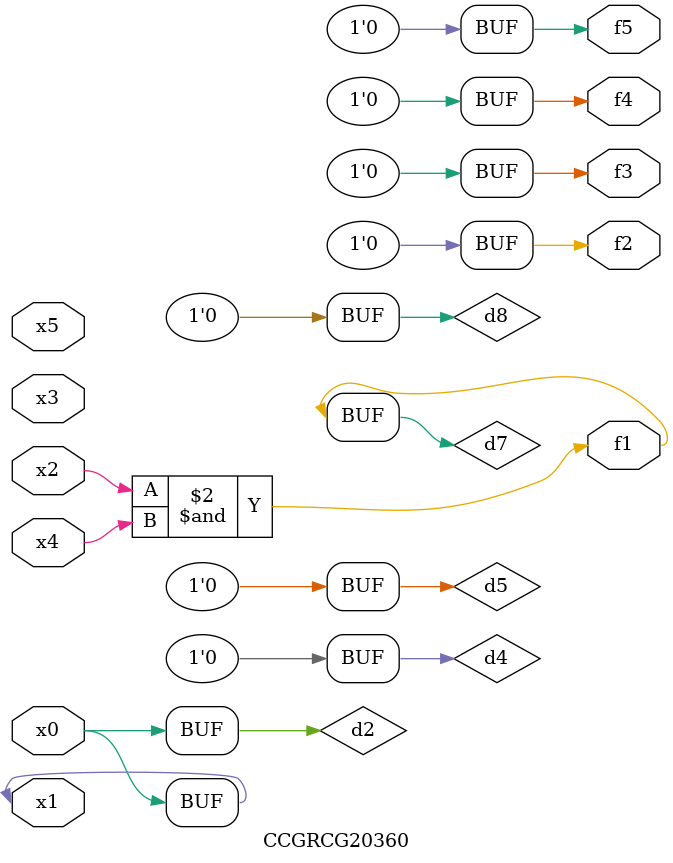
<source format=v>
module CCGRCG20360(
	input x0, x1, x2, x3, x4, x5,
	output f1, f2, f3, f4, f5
);

	wire d1, d2, d3, d4, d5, d6, d7, d8, d9;

	nand (d1, x1);
	buf (d2, x0, x1);
	nand (d3, x2, x4);
	and (d4, d1, d2);
	and (d5, d1, d2);
	nand (d6, d1, d3);
	not (d7, d3);
	xor (d8, d5);
	nor (d9, d5, d6);
	assign f1 = d7;
	assign f2 = d8;
	assign f3 = d8;
	assign f4 = d8;
	assign f5 = d8;
endmodule

</source>
